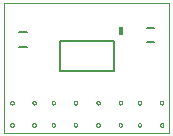
<source format=gbo>
G75*
%MOIN*%
%OFA0B0*%
%FSLAX25Y25*%
%IPPOS*%
%LPD*%
%AMOC8*
5,1,8,0,0,1.08239X$1,22.5*
%
%ADD10C,0.00000*%
%ADD11C,0.00600*%
%ADD12C,0.00800*%
%ADD13R,0.01600X0.02800*%
D10*
X0056586Y0044415D02*
X0056586Y0087722D01*
X0111704Y0087722D01*
X0111704Y0044415D01*
X0056586Y0044415D01*
X0058593Y0047013D02*
X0058595Y0047061D01*
X0058601Y0047109D01*
X0058611Y0047156D01*
X0058624Y0047202D01*
X0058642Y0047247D01*
X0058662Y0047291D01*
X0058687Y0047333D01*
X0058715Y0047372D01*
X0058745Y0047409D01*
X0058779Y0047443D01*
X0058816Y0047475D01*
X0058854Y0047504D01*
X0058895Y0047529D01*
X0058938Y0047551D01*
X0058983Y0047569D01*
X0059029Y0047583D01*
X0059076Y0047594D01*
X0059124Y0047601D01*
X0059172Y0047604D01*
X0059220Y0047603D01*
X0059268Y0047598D01*
X0059316Y0047589D01*
X0059362Y0047577D01*
X0059407Y0047560D01*
X0059451Y0047540D01*
X0059493Y0047517D01*
X0059533Y0047490D01*
X0059571Y0047460D01*
X0059606Y0047427D01*
X0059638Y0047391D01*
X0059668Y0047353D01*
X0059694Y0047312D01*
X0059716Y0047269D01*
X0059736Y0047225D01*
X0059751Y0047180D01*
X0059763Y0047133D01*
X0059771Y0047085D01*
X0059775Y0047037D01*
X0059775Y0046989D01*
X0059771Y0046941D01*
X0059763Y0046893D01*
X0059751Y0046846D01*
X0059736Y0046801D01*
X0059716Y0046757D01*
X0059694Y0046714D01*
X0059668Y0046673D01*
X0059638Y0046635D01*
X0059606Y0046599D01*
X0059571Y0046566D01*
X0059533Y0046536D01*
X0059493Y0046509D01*
X0059451Y0046486D01*
X0059407Y0046466D01*
X0059362Y0046449D01*
X0059316Y0046437D01*
X0059268Y0046428D01*
X0059220Y0046423D01*
X0059172Y0046422D01*
X0059124Y0046425D01*
X0059076Y0046432D01*
X0059029Y0046443D01*
X0058983Y0046457D01*
X0058938Y0046475D01*
X0058895Y0046497D01*
X0058854Y0046522D01*
X0058816Y0046551D01*
X0058779Y0046583D01*
X0058745Y0046617D01*
X0058715Y0046654D01*
X0058687Y0046693D01*
X0058662Y0046735D01*
X0058642Y0046779D01*
X0058624Y0046824D01*
X0058611Y0046870D01*
X0058601Y0046917D01*
X0058595Y0046965D01*
X0058593Y0047013D01*
X0058593Y0054415D02*
X0058595Y0054463D01*
X0058601Y0054511D01*
X0058611Y0054558D01*
X0058624Y0054604D01*
X0058642Y0054649D01*
X0058662Y0054693D01*
X0058687Y0054735D01*
X0058715Y0054774D01*
X0058745Y0054811D01*
X0058779Y0054845D01*
X0058816Y0054877D01*
X0058854Y0054906D01*
X0058895Y0054931D01*
X0058938Y0054953D01*
X0058983Y0054971D01*
X0059029Y0054985D01*
X0059076Y0054996D01*
X0059124Y0055003D01*
X0059172Y0055006D01*
X0059220Y0055005D01*
X0059268Y0055000D01*
X0059316Y0054991D01*
X0059362Y0054979D01*
X0059407Y0054962D01*
X0059451Y0054942D01*
X0059493Y0054919D01*
X0059533Y0054892D01*
X0059571Y0054862D01*
X0059606Y0054829D01*
X0059638Y0054793D01*
X0059668Y0054755D01*
X0059694Y0054714D01*
X0059716Y0054671D01*
X0059736Y0054627D01*
X0059751Y0054582D01*
X0059763Y0054535D01*
X0059771Y0054487D01*
X0059775Y0054439D01*
X0059775Y0054391D01*
X0059771Y0054343D01*
X0059763Y0054295D01*
X0059751Y0054248D01*
X0059736Y0054203D01*
X0059716Y0054159D01*
X0059694Y0054116D01*
X0059668Y0054075D01*
X0059638Y0054037D01*
X0059606Y0054001D01*
X0059571Y0053968D01*
X0059533Y0053938D01*
X0059493Y0053911D01*
X0059451Y0053888D01*
X0059407Y0053868D01*
X0059362Y0053851D01*
X0059316Y0053839D01*
X0059268Y0053830D01*
X0059220Y0053825D01*
X0059172Y0053824D01*
X0059124Y0053827D01*
X0059076Y0053834D01*
X0059029Y0053845D01*
X0058983Y0053859D01*
X0058938Y0053877D01*
X0058895Y0053899D01*
X0058854Y0053924D01*
X0058816Y0053953D01*
X0058779Y0053985D01*
X0058745Y0054019D01*
X0058715Y0054056D01*
X0058687Y0054095D01*
X0058662Y0054137D01*
X0058642Y0054181D01*
X0058624Y0054226D01*
X0058611Y0054272D01*
X0058601Y0054319D01*
X0058595Y0054367D01*
X0058593Y0054415D01*
X0065995Y0054415D02*
X0065997Y0054463D01*
X0066003Y0054511D01*
X0066013Y0054558D01*
X0066026Y0054604D01*
X0066044Y0054649D01*
X0066064Y0054693D01*
X0066089Y0054735D01*
X0066117Y0054774D01*
X0066147Y0054811D01*
X0066181Y0054845D01*
X0066218Y0054877D01*
X0066256Y0054906D01*
X0066297Y0054931D01*
X0066340Y0054953D01*
X0066385Y0054971D01*
X0066431Y0054985D01*
X0066478Y0054996D01*
X0066526Y0055003D01*
X0066574Y0055006D01*
X0066622Y0055005D01*
X0066670Y0055000D01*
X0066718Y0054991D01*
X0066764Y0054979D01*
X0066809Y0054962D01*
X0066853Y0054942D01*
X0066895Y0054919D01*
X0066935Y0054892D01*
X0066973Y0054862D01*
X0067008Y0054829D01*
X0067040Y0054793D01*
X0067070Y0054755D01*
X0067096Y0054714D01*
X0067118Y0054671D01*
X0067138Y0054627D01*
X0067153Y0054582D01*
X0067165Y0054535D01*
X0067173Y0054487D01*
X0067177Y0054439D01*
X0067177Y0054391D01*
X0067173Y0054343D01*
X0067165Y0054295D01*
X0067153Y0054248D01*
X0067138Y0054203D01*
X0067118Y0054159D01*
X0067096Y0054116D01*
X0067070Y0054075D01*
X0067040Y0054037D01*
X0067008Y0054001D01*
X0066973Y0053968D01*
X0066935Y0053938D01*
X0066895Y0053911D01*
X0066853Y0053888D01*
X0066809Y0053868D01*
X0066764Y0053851D01*
X0066718Y0053839D01*
X0066670Y0053830D01*
X0066622Y0053825D01*
X0066574Y0053824D01*
X0066526Y0053827D01*
X0066478Y0053834D01*
X0066431Y0053845D01*
X0066385Y0053859D01*
X0066340Y0053877D01*
X0066297Y0053899D01*
X0066256Y0053924D01*
X0066218Y0053953D01*
X0066181Y0053985D01*
X0066147Y0054019D01*
X0066117Y0054056D01*
X0066089Y0054095D01*
X0066064Y0054137D01*
X0066044Y0054181D01*
X0066026Y0054226D01*
X0066013Y0054272D01*
X0066003Y0054319D01*
X0065997Y0054367D01*
X0065995Y0054415D01*
X0072373Y0054415D02*
X0072375Y0054463D01*
X0072381Y0054511D01*
X0072391Y0054558D01*
X0072404Y0054604D01*
X0072422Y0054649D01*
X0072442Y0054693D01*
X0072467Y0054735D01*
X0072495Y0054774D01*
X0072525Y0054811D01*
X0072559Y0054845D01*
X0072596Y0054877D01*
X0072634Y0054906D01*
X0072675Y0054931D01*
X0072718Y0054953D01*
X0072763Y0054971D01*
X0072809Y0054985D01*
X0072856Y0054996D01*
X0072904Y0055003D01*
X0072952Y0055006D01*
X0073000Y0055005D01*
X0073048Y0055000D01*
X0073096Y0054991D01*
X0073142Y0054979D01*
X0073187Y0054962D01*
X0073231Y0054942D01*
X0073273Y0054919D01*
X0073313Y0054892D01*
X0073351Y0054862D01*
X0073386Y0054829D01*
X0073418Y0054793D01*
X0073448Y0054755D01*
X0073474Y0054714D01*
X0073496Y0054671D01*
X0073516Y0054627D01*
X0073531Y0054582D01*
X0073543Y0054535D01*
X0073551Y0054487D01*
X0073555Y0054439D01*
X0073555Y0054391D01*
X0073551Y0054343D01*
X0073543Y0054295D01*
X0073531Y0054248D01*
X0073516Y0054203D01*
X0073496Y0054159D01*
X0073474Y0054116D01*
X0073448Y0054075D01*
X0073418Y0054037D01*
X0073386Y0054001D01*
X0073351Y0053968D01*
X0073313Y0053938D01*
X0073273Y0053911D01*
X0073231Y0053888D01*
X0073187Y0053868D01*
X0073142Y0053851D01*
X0073096Y0053839D01*
X0073048Y0053830D01*
X0073000Y0053825D01*
X0072952Y0053824D01*
X0072904Y0053827D01*
X0072856Y0053834D01*
X0072809Y0053845D01*
X0072763Y0053859D01*
X0072718Y0053877D01*
X0072675Y0053899D01*
X0072634Y0053924D01*
X0072596Y0053953D01*
X0072559Y0053985D01*
X0072525Y0054019D01*
X0072495Y0054056D01*
X0072467Y0054095D01*
X0072442Y0054137D01*
X0072422Y0054181D01*
X0072404Y0054226D01*
X0072391Y0054272D01*
X0072381Y0054319D01*
X0072375Y0054367D01*
X0072373Y0054415D01*
X0072373Y0047013D02*
X0072375Y0047061D01*
X0072381Y0047109D01*
X0072391Y0047156D01*
X0072404Y0047202D01*
X0072422Y0047247D01*
X0072442Y0047291D01*
X0072467Y0047333D01*
X0072495Y0047372D01*
X0072525Y0047409D01*
X0072559Y0047443D01*
X0072596Y0047475D01*
X0072634Y0047504D01*
X0072675Y0047529D01*
X0072718Y0047551D01*
X0072763Y0047569D01*
X0072809Y0047583D01*
X0072856Y0047594D01*
X0072904Y0047601D01*
X0072952Y0047604D01*
X0073000Y0047603D01*
X0073048Y0047598D01*
X0073096Y0047589D01*
X0073142Y0047577D01*
X0073187Y0047560D01*
X0073231Y0047540D01*
X0073273Y0047517D01*
X0073313Y0047490D01*
X0073351Y0047460D01*
X0073386Y0047427D01*
X0073418Y0047391D01*
X0073448Y0047353D01*
X0073474Y0047312D01*
X0073496Y0047269D01*
X0073516Y0047225D01*
X0073531Y0047180D01*
X0073543Y0047133D01*
X0073551Y0047085D01*
X0073555Y0047037D01*
X0073555Y0046989D01*
X0073551Y0046941D01*
X0073543Y0046893D01*
X0073531Y0046846D01*
X0073516Y0046801D01*
X0073496Y0046757D01*
X0073474Y0046714D01*
X0073448Y0046673D01*
X0073418Y0046635D01*
X0073386Y0046599D01*
X0073351Y0046566D01*
X0073313Y0046536D01*
X0073273Y0046509D01*
X0073231Y0046486D01*
X0073187Y0046466D01*
X0073142Y0046449D01*
X0073096Y0046437D01*
X0073048Y0046428D01*
X0073000Y0046423D01*
X0072952Y0046422D01*
X0072904Y0046425D01*
X0072856Y0046432D01*
X0072809Y0046443D01*
X0072763Y0046457D01*
X0072718Y0046475D01*
X0072675Y0046497D01*
X0072634Y0046522D01*
X0072596Y0046551D01*
X0072559Y0046583D01*
X0072525Y0046617D01*
X0072495Y0046654D01*
X0072467Y0046693D01*
X0072442Y0046735D01*
X0072422Y0046779D01*
X0072404Y0046824D01*
X0072391Y0046870D01*
X0072381Y0046917D01*
X0072375Y0046965D01*
X0072373Y0047013D01*
X0065995Y0047013D02*
X0065997Y0047061D01*
X0066003Y0047109D01*
X0066013Y0047156D01*
X0066026Y0047202D01*
X0066044Y0047247D01*
X0066064Y0047291D01*
X0066089Y0047333D01*
X0066117Y0047372D01*
X0066147Y0047409D01*
X0066181Y0047443D01*
X0066218Y0047475D01*
X0066256Y0047504D01*
X0066297Y0047529D01*
X0066340Y0047551D01*
X0066385Y0047569D01*
X0066431Y0047583D01*
X0066478Y0047594D01*
X0066526Y0047601D01*
X0066574Y0047604D01*
X0066622Y0047603D01*
X0066670Y0047598D01*
X0066718Y0047589D01*
X0066764Y0047577D01*
X0066809Y0047560D01*
X0066853Y0047540D01*
X0066895Y0047517D01*
X0066935Y0047490D01*
X0066973Y0047460D01*
X0067008Y0047427D01*
X0067040Y0047391D01*
X0067070Y0047353D01*
X0067096Y0047312D01*
X0067118Y0047269D01*
X0067138Y0047225D01*
X0067153Y0047180D01*
X0067165Y0047133D01*
X0067173Y0047085D01*
X0067177Y0047037D01*
X0067177Y0046989D01*
X0067173Y0046941D01*
X0067165Y0046893D01*
X0067153Y0046846D01*
X0067138Y0046801D01*
X0067118Y0046757D01*
X0067096Y0046714D01*
X0067070Y0046673D01*
X0067040Y0046635D01*
X0067008Y0046599D01*
X0066973Y0046566D01*
X0066935Y0046536D01*
X0066895Y0046509D01*
X0066853Y0046486D01*
X0066809Y0046466D01*
X0066764Y0046449D01*
X0066718Y0046437D01*
X0066670Y0046428D01*
X0066622Y0046423D01*
X0066574Y0046422D01*
X0066526Y0046425D01*
X0066478Y0046432D01*
X0066431Y0046443D01*
X0066385Y0046457D01*
X0066340Y0046475D01*
X0066297Y0046497D01*
X0066256Y0046522D01*
X0066218Y0046551D01*
X0066181Y0046583D01*
X0066147Y0046617D01*
X0066117Y0046654D01*
X0066089Y0046693D01*
X0066064Y0046735D01*
X0066044Y0046779D01*
X0066026Y0046824D01*
X0066013Y0046870D01*
X0066003Y0046917D01*
X0065997Y0046965D01*
X0065995Y0047013D01*
X0079774Y0047013D02*
X0079776Y0047061D01*
X0079782Y0047109D01*
X0079792Y0047156D01*
X0079805Y0047202D01*
X0079823Y0047247D01*
X0079843Y0047291D01*
X0079868Y0047333D01*
X0079896Y0047372D01*
X0079926Y0047409D01*
X0079960Y0047443D01*
X0079997Y0047475D01*
X0080035Y0047504D01*
X0080076Y0047529D01*
X0080119Y0047551D01*
X0080164Y0047569D01*
X0080210Y0047583D01*
X0080257Y0047594D01*
X0080305Y0047601D01*
X0080353Y0047604D01*
X0080401Y0047603D01*
X0080449Y0047598D01*
X0080497Y0047589D01*
X0080543Y0047577D01*
X0080588Y0047560D01*
X0080632Y0047540D01*
X0080674Y0047517D01*
X0080714Y0047490D01*
X0080752Y0047460D01*
X0080787Y0047427D01*
X0080819Y0047391D01*
X0080849Y0047353D01*
X0080875Y0047312D01*
X0080897Y0047269D01*
X0080917Y0047225D01*
X0080932Y0047180D01*
X0080944Y0047133D01*
X0080952Y0047085D01*
X0080956Y0047037D01*
X0080956Y0046989D01*
X0080952Y0046941D01*
X0080944Y0046893D01*
X0080932Y0046846D01*
X0080917Y0046801D01*
X0080897Y0046757D01*
X0080875Y0046714D01*
X0080849Y0046673D01*
X0080819Y0046635D01*
X0080787Y0046599D01*
X0080752Y0046566D01*
X0080714Y0046536D01*
X0080674Y0046509D01*
X0080632Y0046486D01*
X0080588Y0046466D01*
X0080543Y0046449D01*
X0080497Y0046437D01*
X0080449Y0046428D01*
X0080401Y0046423D01*
X0080353Y0046422D01*
X0080305Y0046425D01*
X0080257Y0046432D01*
X0080210Y0046443D01*
X0080164Y0046457D01*
X0080119Y0046475D01*
X0080076Y0046497D01*
X0080035Y0046522D01*
X0079997Y0046551D01*
X0079960Y0046583D01*
X0079926Y0046617D01*
X0079896Y0046654D01*
X0079868Y0046693D01*
X0079843Y0046735D01*
X0079823Y0046779D01*
X0079805Y0046824D01*
X0079792Y0046870D01*
X0079782Y0046917D01*
X0079776Y0046965D01*
X0079774Y0047013D01*
X0079774Y0054415D02*
X0079776Y0054463D01*
X0079782Y0054511D01*
X0079792Y0054558D01*
X0079805Y0054604D01*
X0079823Y0054649D01*
X0079843Y0054693D01*
X0079868Y0054735D01*
X0079896Y0054774D01*
X0079926Y0054811D01*
X0079960Y0054845D01*
X0079997Y0054877D01*
X0080035Y0054906D01*
X0080076Y0054931D01*
X0080119Y0054953D01*
X0080164Y0054971D01*
X0080210Y0054985D01*
X0080257Y0054996D01*
X0080305Y0055003D01*
X0080353Y0055006D01*
X0080401Y0055005D01*
X0080449Y0055000D01*
X0080497Y0054991D01*
X0080543Y0054979D01*
X0080588Y0054962D01*
X0080632Y0054942D01*
X0080674Y0054919D01*
X0080714Y0054892D01*
X0080752Y0054862D01*
X0080787Y0054829D01*
X0080819Y0054793D01*
X0080849Y0054755D01*
X0080875Y0054714D01*
X0080897Y0054671D01*
X0080917Y0054627D01*
X0080932Y0054582D01*
X0080944Y0054535D01*
X0080952Y0054487D01*
X0080956Y0054439D01*
X0080956Y0054391D01*
X0080952Y0054343D01*
X0080944Y0054295D01*
X0080932Y0054248D01*
X0080917Y0054203D01*
X0080897Y0054159D01*
X0080875Y0054116D01*
X0080849Y0054075D01*
X0080819Y0054037D01*
X0080787Y0054001D01*
X0080752Y0053968D01*
X0080714Y0053938D01*
X0080674Y0053911D01*
X0080632Y0053888D01*
X0080588Y0053868D01*
X0080543Y0053851D01*
X0080497Y0053839D01*
X0080449Y0053830D01*
X0080401Y0053825D01*
X0080353Y0053824D01*
X0080305Y0053827D01*
X0080257Y0053834D01*
X0080210Y0053845D01*
X0080164Y0053859D01*
X0080119Y0053877D01*
X0080076Y0053899D01*
X0080035Y0053924D01*
X0079997Y0053953D01*
X0079960Y0053985D01*
X0079926Y0054019D01*
X0079896Y0054056D01*
X0079868Y0054095D01*
X0079843Y0054137D01*
X0079823Y0054181D01*
X0079805Y0054226D01*
X0079792Y0054272D01*
X0079782Y0054319D01*
X0079776Y0054367D01*
X0079774Y0054415D01*
X0087333Y0054415D02*
X0087335Y0054463D01*
X0087341Y0054511D01*
X0087351Y0054558D01*
X0087364Y0054604D01*
X0087382Y0054649D01*
X0087402Y0054693D01*
X0087427Y0054735D01*
X0087455Y0054774D01*
X0087485Y0054811D01*
X0087519Y0054845D01*
X0087556Y0054877D01*
X0087594Y0054906D01*
X0087635Y0054931D01*
X0087678Y0054953D01*
X0087723Y0054971D01*
X0087769Y0054985D01*
X0087816Y0054996D01*
X0087864Y0055003D01*
X0087912Y0055006D01*
X0087960Y0055005D01*
X0088008Y0055000D01*
X0088056Y0054991D01*
X0088102Y0054979D01*
X0088147Y0054962D01*
X0088191Y0054942D01*
X0088233Y0054919D01*
X0088273Y0054892D01*
X0088311Y0054862D01*
X0088346Y0054829D01*
X0088378Y0054793D01*
X0088408Y0054755D01*
X0088434Y0054714D01*
X0088456Y0054671D01*
X0088476Y0054627D01*
X0088491Y0054582D01*
X0088503Y0054535D01*
X0088511Y0054487D01*
X0088515Y0054439D01*
X0088515Y0054391D01*
X0088511Y0054343D01*
X0088503Y0054295D01*
X0088491Y0054248D01*
X0088476Y0054203D01*
X0088456Y0054159D01*
X0088434Y0054116D01*
X0088408Y0054075D01*
X0088378Y0054037D01*
X0088346Y0054001D01*
X0088311Y0053968D01*
X0088273Y0053938D01*
X0088233Y0053911D01*
X0088191Y0053888D01*
X0088147Y0053868D01*
X0088102Y0053851D01*
X0088056Y0053839D01*
X0088008Y0053830D01*
X0087960Y0053825D01*
X0087912Y0053824D01*
X0087864Y0053827D01*
X0087816Y0053834D01*
X0087769Y0053845D01*
X0087723Y0053859D01*
X0087678Y0053877D01*
X0087635Y0053899D01*
X0087594Y0053924D01*
X0087556Y0053953D01*
X0087519Y0053985D01*
X0087485Y0054019D01*
X0087455Y0054056D01*
X0087427Y0054095D01*
X0087402Y0054137D01*
X0087382Y0054181D01*
X0087364Y0054226D01*
X0087351Y0054272D01*
X0087341Y0054319D01*
X0087335Y0054367D01*
X0087333Y0054415D01*
X0087333Y0047013D02*
X0087335Y0047061D01*
X0087341Y0047109D01*
X0087351Y0047156D01*
X0087364Y0047202D01*
X0087382Y0047247D01*
X0087402Y0047291D01*
X0087427Y0047333D01*
X0087455Y0047372D01*
X0087485Y0047409D01*
X0087519Y0047443D01*
X0087556Y0047475D01*
X0087594Y0047504D01*
X0087635Y0047529D01*
X0087678Y0047551D01*
X0087723Y0047569D01*
X0087769Y0047583D01*
X0087816Y0047594D01*
X0087864Y0047601D01*
X0087912Y0047604D01*
X0087960Y0047603D01*
X0088008Y0047598D01*
X0088056Y0047589D01*
X0088102Y0047577D01*
X0088147Y0047560D01*
X0088191Y0047540D01*
X0088233Y0047517D01*
X0088273Y0047490D01*
X0088311Y0047460D01*
X0088346Y0047427D01*
X0088378Y0047391D01*
X0088408Y0047353D01*
X0088434Y0047312D01*
X0088456Y0047269D01*
X0088476Y0047225D01*
X0088491Y0047180D01*
X0088503Y0047133D01*
X0088511Y0047085D01*
X0088515Y0047037D01*
X0088515Y0046989D01*
X0088511Y0046941D01*
X0088503Y0046893D01*
X0088491Y0046846D01*
X0088476Y0046801D01*
X0088456Y0046757D01*
X0088434Y0046714D01*
X0088408Y0046673D01*
X0088378Y0046635D01*
X0088346Y0046599D01*
X0088311Y0046566D01*
X0088273Y0046536D01*
X0088233Y0046509D01*
X0088191Y0046486D01*
X0088147Y0046466D01*
X0088102Y0046449D01*
X0088056Y0046437D01*
X0088008Y0046428D01*
X0087960Y0046423D01*
X0087912Y0046422D01*
X0087864Y0046425D01*
X0087816Y0046432D01*
X0087769Y0046443D01*
X0087723Y0046457D01*
X0087678Y0046475D01*
X0087635Y0046497D01*
X0087594Y0046522D01*
X0087556Y0046551D01*
X0087519Y0046583D01*
X0087485Y0046617D01*
X0087455Y0046654D01*
X0087427Y0046693D01*
X0087402Y0046735D01*
X0087382Y0046779D01*
X0087364Y0046824D01*
X0087351Y0046870D01*
X0087341Y0046917D01*
X0087335Y0046965D01*
X0087333Y0047013D01*
X0094735Y0047013D02*
X0094737Y0047061D01*
X0094743Y0047109D01*
X0094753Y0047156D01*
X0094766Y0047202D01*
X0094784Y0047247D01*
X0094804Y0047291D01*
X0094829Y0047333D01*
X0094857Y0047372D01*
X0094887Y0047409D01*
X0094921Y0047443D01*
X0094958Y0047475D01*
X0094996Y0047504D01*
X0095037Y0047529D01*
X0095080Y0047551D01*
X0095125Y0047569D01*
X0095171Y0047583D01*
X0095218Y0047594D01*
X0095266Y0047601D01*
X0095314Y0047604D01*
X0095362Y0047603D01*
X0095410Y0047598D01*
X0095458Y0047589D01*
X0095504Y0047577D01*
X0095549Y0047560D01*
X0095593Y0047540D01*
X0095635Y0047517D01*
X0095675Y0047490D01*
X0095713Y0047460D01*
X0095748Y0047427D01*
X0095780Y0047391D01*
X0095810Y0047353D01*
X0095836Y0047312D01*
X0095858Y0047269D01*
X0095878Y0047225D01*
X0095893Y0047180D01*
X0095905Y0047133D01*
X0095913Y0047085D01*
X0095917Y0047037D01*
X0095917Y0046989D01*
X0095913Y0046941D01*
X0095905Y0046893D01*
X0095893Y0046846D01*
X0095878Y0046801D01*
X0095858Y0046757D01*
X0095836Y0046714D01*
X0095810Y0046673D01*
X0095780Y0046635D01*
X0095748Y0046599D01*
X0095713Y0046566D01*
X0095675Y0046536D01*
X0095635Y0046509D01*
X0095593Y0046486D01*
X0095549Y0046466D01*
X0095504Y0046449D01*
X0095458Y0046437D01*
X0095410Y0046428D01*
X0095362Y0046423D01*
X0095314Y0046422D01*
X0095266Y0046425D01*
X0095218Y0046432D01*
X0095171Y0046443D01*
X0095125Y0046457D01*
X0095080Y0046475D01*
X0095037Y0046497D01*
X0094996Y0046522D01*
X0094958Y0046551D01*
X0094921Y0046583D01*
X0094887Y0046617D01*
X0094857Y0046654D01*
X0094829Y0046693D01*
X0094804Y0046735D01*
X0094784Y0046779D01*
X0094766Y0046824D01*
X0094753Y0046870D01*
X0094743Y0046917D01*
X0094737Y0046965D01*
X0094735Y0047013D01*
X0101113Y0047013D02*
X0101115Y0047061D01*
X0101121Y0047109D01*
X0101131Y0047156D01*
X0101144Y0047202D01*
X0101162Y0047247D01*
X0101182Y0047291D01*
X0101207Y0047333D01*
X0101235Y0047372D01*
X0101265Y0047409D01*
X0101299Y0047443D01*
X0101336Y0047475D01*
X0101374Y0047504D01*
X0101415Y0047529D01*
X0101458Y0047551D01*
X0101503Y0047569D01*
X0101549Y0047583D01*
X0101596Y0047594D01*
X0101644Y0047601D01*
X0101692Y0047604D01*
X0101740Y0047603D01*
X0101788Y0047598D01*
X0101836Y0047589D01*
X0101882Y0047577D01*
X0101927Y0047560D01*
X0101971Y0047540D01*
X0102013Y0047517D01*
X0102053Y0047490D01*
X0102091Y0047460D01*
X0102126Y0047427D01*
X0102158Y0047391D01*
X0102188Y0047353D01*
X0102214Y0047312D01*
X0102236Y0047269D01*
X0102256Y0047225D01*
X0102271Y0047180D01*
X0102283Y0047133D01*
X0102291Y0047085D01*
X0102295Y0047037D01*
X0102295Y0046989D01*
X0102291Y0046941D01*
X0102283Y0046893D01*
X0102271Y0046846D01*
X0102256Y0046801D01*
X0102236Y0046757D01*
X0102214Y0046714D01*
X0102188Y0046673D01*
X0102158Y0046635D01*
X0102126Y0046599D01*
X0102091Y0046566D01*
X0102053Y0046536D01*
X0102013Y0046509D01*
X0101971Y0046486D01*
X0101927Y0046466D01*
X0101882Y0046449D01*
X0101836Y0046437D01*
X0101788Y0046428D01*
X0101740Y0046423D01*
X0101692Y0046422D01*
X0101644Y0046425D01*
X0101596Y0046432D01*
X0101549Y0046443D01*
X0101503Y0046457D01*
X0101458Y0046475D01*
X0101415Y0046497D01*
X0101374Y0046522D01*
X0101336Y0046551D01*
X0101299Y0046583D01*
X0101265Y0046617D01*
X0101235Y0046654D01*
X0101207Y0046693D01*
X0101182Y0046735D01*
X0101162Y0046779D01*
X0101144Y0046824D01*
X0101131Y0046870D01*
X0101121Y0046917D01*
X0101115Y0046965D01*
X0101113Y0047013D01*
X0101113Y0054415D02*
X0101115Y0054463D01*
X0101121Y0054511D01*
X0101131Y0054558D01*
X0101144Y0054604D01*
X0101162Y0054649D01*
X0101182Y0054693D01*
X0101207Y0054735D01*
X0101235Y0054774D01*
X0101265Y0054811D01*
X0101299Y0054845D01*
X0101336Y0054877D01*
X0101374Y0054906D01*
X0101415Y0054931D01*
X0101458Y0054953D01*
X0101503Y0054971D01*
X0101549Y0054985D01*
X0101596Y0054996D01*
X0101644Y0055003D01*
X0101692Y0055006D01*
X0101740Y0055005D01*
X0101788Y0055000D01*
X0101836Y0054991D01*
X0101882Y0054979D01*
X0101927Y0054962D01*
X0101971Y0054942D01*
X0102013Y0054919D01*
X0102053Y0054892D01*
X0102091Y0054862D01*
X0102126Y0054829D01*
X0102158Y0054793D01*
X0102188Y0054755D01*
X0102214Y0054714D01*
X0102236Y0054671D01*
X0102256Y0054627D01*
X0102271Y0054582D01*
X0102283Y0054535D01*
X0102291Y0054487D01*
X0102295Y0054439D01*
X0102295Y0054391D01*
X0102291Y0054343D01*
X0102283Y0054295D01*
X0102271Y0054248D01*
X0102256Y0054203D01*
X0102236Y0054159D01*
X0102214Y0054116D01*
X0102188Y0054075D01*
X0102158Y0054037D01*
X0102126Y0054001D01*
X0102091Y0053968D01*
X0102053Y0053938D01*
X0102013Y0053911D01*
X0101971Y0053888D01*
X0101927Y0053868D01*
X0101882Y0053851D01*
X0101836Y0053839D01*
X0101788Y0053830D01*
X0101740Y0053825D01*
X0101692Y0053824D01*
X0101644Y0053827D01*
X0101596Y0053834D01*
X0101549Y0053845D01*
X0101503Y0053859D01*
X0101458Y0053877D01*
X0101415Y0053899D01*
X0101374Y0053924D01*
X0101336Y0053953D01*
X0101299Y0053985D01*
X0101265Y0054019D01*
X0101235Y0054056D01*
X0101207Y0054095D01*
X0101182Y0054137D01*
X0101162Y0054181D01*
X0101144Y0054226D01*
X0101131Y0054272D01*
X0101121Y0054319D01*
X0101115Y0054367D01*
X0101113Y0054415D01*
X0094735Y0054415D02*
X0094737Y0054463D01*
X0094743Y0054511D01*
X0094753Y0054558D01*
X0094766Y0054604D01*
X0094784Y0054649D01*
X0094804Y0054693D01*
X0094829Y0054735D01*
X0094857Y0054774D01*
X0094887Y0054811D01*
X0094921Y0054845D01*
X0094958Y0054877D01*
X0094996Y0054906D01*
X0095037Y0054931D01*
X0095080Y0054953D01*
X0095125Y0054971D01*
X0095171Y0054985D01*
X0095218Y0054996D01*
X0095266Y0055003D01*
X0095314Y0055006D01*
X0095362Y0055005D01*
X0095410Y0055000D01*
X0095458Y0054991D01*
X0095504Y0054979D01*
X0095549Y0054962D01*
X0095593Y0054942D01*
X0095635Y0054919D01*
X0095675Y0054892D01*
X0095713Y0054862D01*
X0095748Y0054829D01*
X0095780Y0054793D01*
X0095810Y0054755D01*
X0095836Y0054714D01*
X0095858Y0054671D01*
X0095878Y0054627D01*
X0095893Y0054582D01*
X0095905Y0054535D01*
X0095913Y0054487D01*
X0095917Y0054439D01*
X0095917Y0054391D01*
X0095913Y0054343D01*
X0095905Y0054295D01*
X0095893Y0054248D01*
X0095878Y0054203D01*
X0095858Y0054159D01*
X0095836Y0054116D01*
X0095810Y0054075D01*
X0095780Y0054037D01*
X0095748Y0054001D01*
X0095713Y0053968D01*
X0095675Y0053938D01*
X0095635Y0053911D01*
X0095593Y0053888D01*
X0095549Y0053868D01*
X0095504Y0053851D01*
X0095458Y0053839D01*
X0095410Y0053830D01*
X0095362Y0053825D01*
X0095314Y0053824D01*
X0095266Y0053827D01*
X0095218Y0053834D01*
X0095171Y0053845D01*
X0095125Y0053859D01*
X0095080Y0053877D01*
X0095037Y0053899D01*
X0094996Y0053924D01*
X0094958Y0053953D01*
X0094921Y0053985D01*
X0094887Y0054019D01*
X0094857Y0054056D01*
X0094829Y0054095D01*
X0094804Y0054137D01*
X0094784Y0054181D01*
X0094766Y0054226D01*
X0094753Y0054272D01*
X0094743Y0054319D01*
X0094737Y0054367D01*
X0094735Y0054415D01*
X0108515Y0054415D02*
X0108517Y0054463D01*
X0108523Y0054511D01*
X0108533Y0054558D01*
X0108546Y0054604D01*
X0108564Y0054649D01*
X0108584Y0054693D01*
X0108609Y0054735D01*
X0108637Y0054774D01*
X0108667Y0054811D01*
X0108701Y0054845D01*
X0108738Y0054877D01*
X0108776Y0054906D01*
X0108817Y0054931D01*
X0108860Y0054953D01*
X0108905Y0054971D01*
X0108951Y0054985D01*
X0108998Y0054996D01*
X0109046Y0055003D01*
X0109094Y0055006D01*
X0109142Y0055005D01*
X0109190Y0055000D01*
X0109238Y0054991D01*
X0109284Y0054979D01*
X0109329Y0054962D01*
X0109373Y0054942D01*
X0109415Y0054919D01*
X0109455Y0054892D01*
X0109493Y0054862D01*
X0109528Y0054829D01*
X0109560Y0054793D01*
X0109590Y0054755D01*
X0109616Y0054714D01*
X0109638Y0054671D01*
X0109658Y0054627D01*
X0109673Y0054582D01*
X0109685Y0054535D01*
X0109693Y0054487D01*
X0109697Y0054439D01*
X0109697Y0054391D01*
X0109693Y0054343D01*
X0109685Y0054295D01*
X0109673Y0054248D01*
X0109658Y0054203D01*
X0109638Y0054159D01*
X0109616Y0054116D01*
X0109590Y0054075D01*
X0109560Y0054037D01*
X0109528Y0054001D01*
X0109493Y0053968D01*
X0109455Y0053938D01*
X0109415Y0053911D01*
X0109373Y0053888D01*
X0109329Y0053868D01*
X0109284Y0053851D01*
X0109238Y0053839D01*
X0109190Y0053830D01*
X0109142Y0053825D01*
X0109094Y0053824D01*
X0109046Y0053827D01*
X0108998Y0053834D01*
X0108951Y0053845D01*
X0108905Y0053859D01*
X0108860Y0053877D01*
X0108817Y0053899D01*
X0108776Y0053924D01*
X0108738Y0053953D01*
X0108701Y0053985D01*
X0108667Y0054019D01*
X0108637Y0054056D01*
X0108609Y0054095D01*
X0108584Y0054137D01*
X0108564Y0054181D01*
X0108546Y0054226D01*
X0108533Y0054272D01*
X0108523Y0054319D01*
X0108517Y0054367D01*
X0108515Y0054415D01*
X0108515Y0047013D02*
X0108517Y0047061D01*
X0108523Y0047109D01*
X0108533Y0047156D01*
X0108546Y0047202D01*
X0108564Y0047247D01*
X0108584Y0047291D01*
X0108609Y0047333D01*
X0108637Y0047372D01*
X0108667Y0047409D01*
X0108701Y0047443D01*
X0108738Y0047475D01*
X0108776Y0047504D01*
X0108817Y0047529D01*
X0108860Y0047551D01*
X0108905Y0047569D01*
X0108951Y0047583D01*
X0108998Y0047594D01*
X0109046Y0047601D01*
X0109094Y0047604D01*
X0109142Y0047603D01*
X0109190Y0047598D01*
X0109238Y0047589D01*
X0109284Y0047577D01*
X0109329Y0047560D01*
X0109373Y0047540D01*
X0109415Y0047517D01*
X0109455Y0047490D01*
X0109493Y0047460D01*
X0109528Y0047427D01*
X0109560Y0047391D01*
X0109590Y0047353D01*
X0109616Y0047312D01*
X0109638Y0047269D01*
X0109658Y0047225D01*
X0109673Y0047180D01*
X0109685Y0047133D01*
X0109693Y0047085D01*
X0109697Y0047037D01*
X0109697Y0046989D01*
X0109693Y0046941D01*
X0109685Y0046893D01*
X0109673Y0046846D01*
X0109658Y0046801D01*
X0109638Y0046757D01*
X0109616Y0046714D01*
X0109590Y0046673D01*
X0109560Y0046635D01*
X0109528Y0046599D01*
X0109493Y0046566D01*
X0109455Y0046536D01*
X0109415Y0046509D01*
X0109373Y0046486D01*
X0109329Y0046466D01*
X0109284Y0046449D01*
X0109238Y0046437D01*
X0109190Y0046428D01*
X0109142Y0046423D01*
X0109094Y0046422D01*
X0109046Y0046425D01*
X0108998Y0046432D01*
X0108951Y0046443D01*
X0108905Y0046457D01*
X0108860Y0046475D01*
X0108817Y0046497D01*
X0108776Y0046522D01*
X0108738Y0046551D01*
X0108701Y0046583D01*
X0108667Y0046617D01*
X0108637Y0046654D01*
X0108609Y0046693D01*
X0108584Y0046735D01*
X0108564Y0046779D01*
X0108546Y0046824D01*
X0108533Y0046870D01*
X0108523Y0046917D01*
X0108517Y0046965D01*
X0108515Y0047013D01*
D11*
X0106665Y0074730D02*
X0104302Y0074730D01*
X0104302Y0079454D02*
X0106665Y0079454D01*
X0064066Y0077880D02*
X0061704Y0077880D01*
X0061704Y0073155D02*
X0064066Y0073155D01*
D12*
X0075090Y0075124D02*
X0075090Y0064887D01*
X0093200Y0064887D01*
X0093200Y0075124D01*
X0075090Y0075124D01*
D13*
X0095562Y0078273D03*
M02*

</source>
